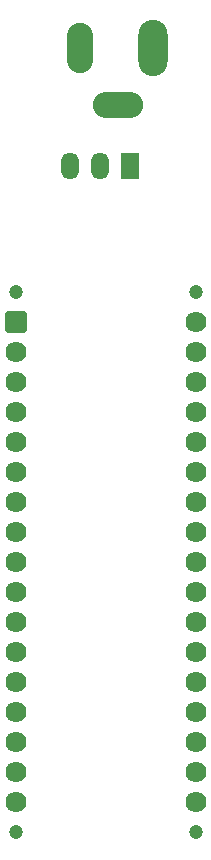
<source format=gbr>
%TF.GenerationSoftware,KiCad,Pcbnew,9.0.2*%
%TF.CreationDate,2025-06-25T20:21:35-07:00*%
%TF.ProjectId,led-plate-96-well,6c65642d-706c-4617-9465-2d39362d7765,rev?*%
%TF.SameCoordinates,Original*%
%TF.FileFunction,Soldermask,Bot*%
%TF.FilePolarity,Negative*%
%FSLAX46Y46*%
G04 Gerber Fmt 4.6, Leading zero omitted, Abs format (unit mm)*
G04 Created by KiCad (PCBNEW 9.0.2) date 2025-06-25 20:21:35*
%MOMM*%
%LPD*%
G01*
G04 APERTURE LIST*
G04 Aperture macros list*
%AMRoundRect*
0 Rectangle with rounded corners*
0 $1 Rounding radius*
0 $2 $3 $4 $5 $6 $7 $8 $9 X,Y pos of 4 corners*
0 Add a 4 corners polygon primitive as box body*
4,1,4,$2,$3,$4,$5,$6,$7,$8,$9,$2,$3,0*
0 Add four circle primitives for the rounded corners*
1,1,$1+$1,$2,$3*
1,1,$1+$1,$4,$5*
1,1,$1+$1,$6,$7*
1,1,$1+$1,$8,$9*
0 Add four rect primitives between the rounded corners*
20,1,$1+$1,$2,$3,$4,$5,0*
20,1,$1+$1,$4,$5,$6,$7,0*
20,1,$1+$1,$6,$7,$8,$9,0*
20,1,$1+$1,$8,$9,$2,$3,0*%
G04 Aperture macros list end*
%ADD10O,2.484000X4.764000*%
%ADD11O,4.254000X2.229000*%
%ADD12O,2.229000X4.254000*%
%ADD13R,1.500000X2.300000*%
%ADD14O,1.500000X2.300000*%
%ADD15C,1.200000*%
%ADD16RoundRect,0.102000X-0.787400X-0.787400X0.787400X-0.787400X0.787400X0.787400X-0.787400X0.787400X0*%
%ADD17C,1.778800*%
G04 APERTURE END LIST*
D10*
%TO.C,J2*%
X97350000Y-54113700D03*
D11*
X94350000Y-58913700D03*
D12*
X91100000Y-54113700D03*
%TD*%
D13*
%TO.C,U1*%
X95367500Y-64082500D03*
D14*
X92827500Y-64082500D03*
X90287500Y-64082500D03*
%TD*%
D15*
%TO.C,U2*%
X85680000Y-74810000D03*
X85680000Y-120530000D03*
X100920000Y-74810000D03*
X100920000Y-120530000D03*
D16*
X85680000Y-77350000D03*
D17*
X85680000Y-79890000D03*
X85680000Y-82430000D03*
X85680000Y-84970000D03*
X85680000Y-87510000D03*
X85680000Y-90050000D03*
X85680000Y-92590000D03*
X85680000Y-95130000D03*
X85680000Y-97670000D03*
X85680000Y-100210000D03*
X85680000Y-102750000D03*
X85680000Y-105290000D03*
X85680000Y-107830000D03*
X85680000Y-110370000D03*
X85680000Y-112910000D03*
X85680000Y-115450000D03*
X85680000Y-117990000D03*
X100920000Y-117990000D03*
X100920000Y-115450000D03*
X100920000Y-112910000D03*
X100920000Y-110370000D03*
X100920000Y-107830000D03*
X100920000Y-105290000D03*
X100920000Y-102750000D03*
X100920000Y-100210000D03*
X100920000Y-97670000D03*
X100920000Y-95130000D03*
X100920000Y-92590000D03*
X100920000Y-90050000D03*
X100920000Y-87510000D03*
X100920000Y-84970000D03*
X100920000Y-82430000D03*
X100920000Y-79890000D03*
X100920000Y-77350000D03*
%TD*%
M02*

</source>
